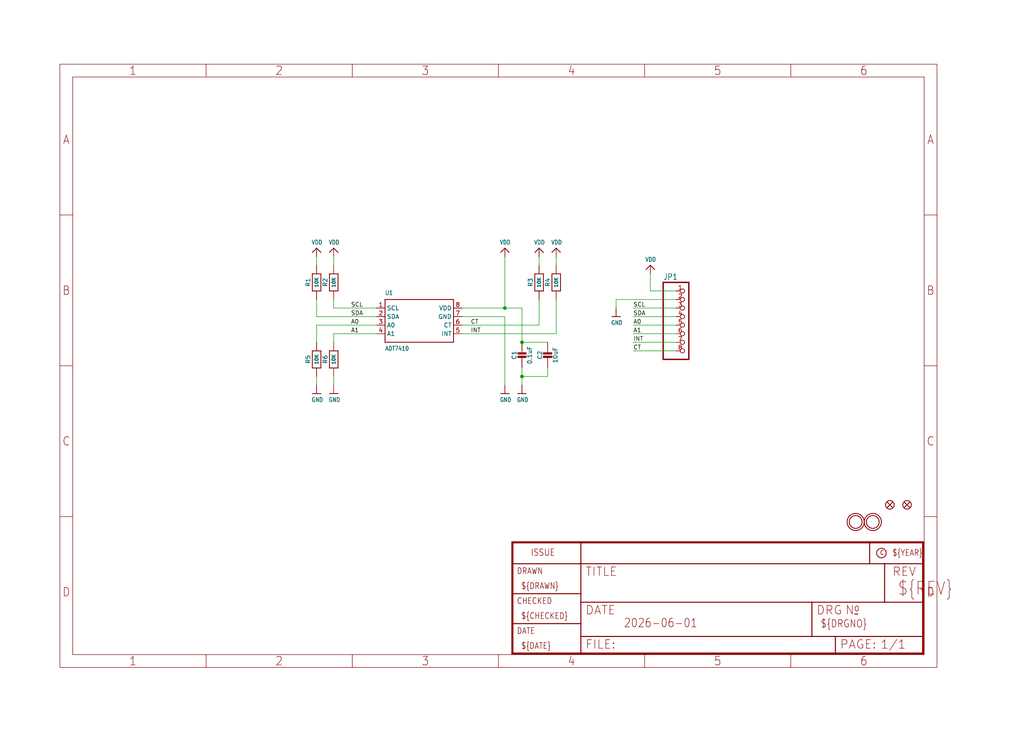
<source format=kicad_sch>
(kicad_sch (version 20230121) (generator eeschema)
  (paper "User" 303.962 217.322)
  (lib_symbols
    (symbol "working-eagle-import:CAP_CERAMIC0603_NO"
      (property "Reference" "C" (at -2.29 1.25 90))
      (symbol "CAP_CERAMIC0603_NO_1_0"
        (rectangle (start -1.27 0.508) (end 1.27 1.016) (fill (type outline)))
        (rectangle (start -1.27 1.524) (end 1.27 2.032) (fill (type outline)))
        (polyline (pts (xy 0 0.762) (xy 0 0)) (stroke (width 0.1524)))
        (polyline (pts (xy 0 2.54) (xy 0 1.778)) (stroke (width 0.1524)))
        (pin passive line (at 0 5.08 270) (length 2.54) (name "1") (number "1"))
        (pin passive line (at 0 -2.54 90) (length 2.54) (name "2") (number "2"))
      )
    )
    (symbol "working-eagle-import:CAP_CERAMIC0805-NOOUTLINE"
      (property "Reference" "C" (at -2.29 1.25 90))
      (symbol "CAP_CERAMIC0805-NOOUTLINE_1_0"
        (rectangle (start -1.27 0.508) (end 1.27 1.016) (fill (type outline)))
        (rectangle (start -1.27 1.524) (end 1.27 2.032) (fill (type outline)))
        (polyline (pts (xy 0 0.762) (xy 0 0)) (stroke (width 0.1524)))
        (polyline (pts (xy 0 2.54) (xy 0 1.778)) (stroke (width 0.1524)))
        (pin passive line (at 0 5.08 270) (length 2.54) (name "1") (number "1"))
        (pin passive line (at 0 -2.54 90) (length 2.54) (name "2") (number "2"))
      )
    )
    (symbol "working-eagle-import:FIDUCIAL_1MM"
      (symbol "FIDUCIAL_1MM_1_0"
        (polyline (pts (xy -0.762 0.762) (xy 0.762 -0.762)) (stroke (width 0.254)))
        (polyline (pts (xy 0.762 0.762) (xy -0.762 -0.762)) (stroke (width 0.254)))
        (circle (center 0 0) (radius 1.27) (stroke (width 0.254)))
      )
    )
    (symbol "working-eagle-import:FRAME_A4"
      (symbol "FRAME_A4_1_0"
        (polyline (pts (xy 0 44.7675) (xy 3.81 44.7675)))
        (polyline (pts (xy 0 89.535) (xy 3.81 89.535)))
        (polyline (pts (xy 0 134.3025) (xy 3.81 134.3025)))
        (polyline (pts (xy 3.81 3.81) (xy 3.81 175.26)))
        (polyline (pts (xy 43.3917 0) (xy 43.3917 3.81)))
        (polyline (pts (xy 43.3917 175.26) (xy 43.3917 179.07)))
        (polyline (pts (xy 86.7833 0) (xy 86.7833 3.81)))
        (polyline (pts (xy 86.7833 175.26) (xy 86.7833 179.07)))
        (polyline (pts (xy 130.175 0) (xy 130.175 3.81)))
        (polyline (pts (xy 130.175 175.26) (xy 130.175 179.07)))
        (polyline (pts (xy 173.5667 0) (xy 173.5667 3.81)))
        (polyline (pts (xy 173.5667 175.26) (xy 173.5667 179.07)))
        (polyline (pts (xy 216.9583 0) (xy 216.9583 3.81)))
        (polyline (pts (xy 216.9583 175.26) (xy 216.9583 179.07)))
        (polyline (pts (xy 256.54 3.81) (xy 3.81 3.81)))
        (polyline (pts (xy 256.54 3.81) (xy 256.54 8.89)) (stroke (width 0.1016)))
        (polyline (pts (xy 256.54 3.81) (xy 256.54 175.26)))
        (polyline (pts (xy 256.54 8.89) (xy 256.54 13.97)) (stroke (width 0.1016)))
        (polyline (pts (xy 256.54 13.97) (xy 256.54 19.05)) (stroke (width 0.1016)))
        (polyline (pts (xy 256.54 19.05) (xy 256.54 36.83)) (stroke (width 0.1016)))
        (polyline (pts (xy 256.54 44.7675) (xy 260.35 44.7675)))
        (polyline (pts (xy 256.54 89.535) (xy 260.35 89.535)))
        (polyline (pts (xy 256.54 134.3025) (xy 260.35 134.3025)))
        (polyline (pts (xy 256.54 175.26) (xy 3.81 175.26)))
        (polyline (pts (xy 0 0) (xy 260.35 0) (xy 260.35 179.07) (xy 0 179.07) (xy 0 0)))
        (text "1" (at 21.6958 1.905 0) (effects (font (size 2.54 2.286))))
        (text "1" (at 21.6958 177.165 0) (effects (font (size 2.54 2.286))))
        (text "2" (at 65.0875 1.905 0) (effects (font (size 2.54 2.286))))
        (text "2" (at 65.0875 177.165 0) (effects (font (size 2.54 2.286))))
        (text "3" (at 108.4792 1.905 0) (effects (font (size 2.54 2.286))))
        (text "3" (at 108.4792 177.165 0) (effects (font (size 2.54 2.286))))
        (text "4" (at 151.8708 1.905 0) (effects (font (size 2.54 2.286))))
        (text "4" (at 151.8708 177.165 0) (effects (font (size 2.54 2.286))))
        (text "5" (at 195.2625 1.905 0) (effects (font (size 2.54 2.286))))
        (text "5" (at 195.2625 177.165 0) (effects (font (size 2.54 2.286))))
        (text "6" (at 238.6542 1.905 0) (effects (font (size 2.54 2.286))))
        (text "6" (at 238.6542 177.165 0) (effects (font (size 2.54 2.286))))
        (text "A" (at 1.905 156.6863 0) (effects (font (size 2.54 2.286))))
        (text "A" (at 258.445 156.6863 0) (effects (font (size 2.54 2.286))))
        (text "B" (at 1.905 111.9188 0) (effects (font (size 2.54 2.286))))
        (text "B" (at 258.445 111.9188 0) (effects (font (size 2.54 2.286))))
        (text "C" (at 1.905 67.1513 0) (effects (font (size 2.54 2.286))))
        (text "C" (at 258.445 67.1513 0) (effects (font (size 2.54 2.286))))
        (text "D" (at 1.905 22.3838 0) (effects (font (size 2.54 2.286))))
        (text "D" (at 258.445 22.3838 0) (effects (font (size 2.54 2.286))))
      )
      (symbol "FRAME_A4_2_0"
        (polyline (pts (xy -0.3048 1.5748) (xy 20.0152 1.5748)) (stroke (width 0.6096)))
        (polyline (pts (xy -0.3048 10.4648) (xy -0.3048 1.5748)) (stroke (width 0.6096)))
        (polyline (pts (xy -0.3048 10.4648) (xy 20.0152 10.4648)) (stroke (width 0.3048)))
        (polyline (pts (xy -0.3048 19.3548) (xy -0.3048 10.4648)) (stroke (width 0.6096)))
        (polyline (pts (xy -0.3048 19.3548) (xy 20.0152 19.3548)) (stroke (width 0.3048)))
        (polyline (pts (xy -0.3048 28.2448) (xy -0.3048 19.3548)) (stroke (width 0.6096)))
        (polyline (pts (xy -0.3048 28.2448) (xy 20.0152 28.2448)) (stroke (width 0.3048)))
        (polyline (pts (xy -0.3048 34.5948) (xy -0.3048 28.2448)) (stroke (width 0.6096)))
        (polyline (pts (xy 20.0152 1.5748) (xy 20.0152 6.6548)) (stroke (width 0.3048)))
        (polyline (pts (xy 20.0152 1.5748) (xy 95.5802 1.5748)) (stroke (width 0.6096)))
        (polyline (pts (xy 20.0152 6.6548) (xy 20.0152 10.4648)) (stroke (width 0.3048)))
        (polyline (pts (xy 20.0152 6.6548) (xy 88.5952 6.6548)) (stroke (width 0.3048)))
        (polyline (pts (xy 20.0152 10.4648) (xy 20.0152 16.8148)) (stroke (width 0.3048)))
        (polyline (pts (xy 20.0152 16.8148) (xy 20.0152 19.3548)) (stroke (width 0.3048)))
        (polyline (pts (xy 20.0152 19.3548) (xy 20.0152 28.2448)) (stroke (width 0.3048)))
        (polyline (pts (xy 20.0152 28.2448) (xy 20.0152 34.5948)) (stroke (width 0.3048)))
        (polyline (pts (xy 20.0152 28.2448) (xy 105.7402 28.2448)) (stroke (width 0.3048)))
        (polyline (pts (xy 20.0152 34.5948) (xy -0.3048 34.5948)) (stroke (width 0.6096)))
        (polyline (pts (xy 88.5952 6.6548) (xy 95.5802 6.6548)) (stroke (width 0.3048)))
        (polyline (pts (xy 88.5952 16.8148) (xy 20.0152 16.8148)) (stroke (width 0.3048)))
        (polyline (pts (xy 88.5952 16.8148) (xy 88.5952 6.6548)) (stroke (width 0.3048)))
        (polyline (pts (xy 95.5802 1.5748) (xy 121.6152 1.5748)) (stroke (width 0.6096)))
        (polyline (pts (xy 95.5802 6.6548) (xy 95.5802 1.5748)) (stroke (width 0.3048)))
        (polyline (pts (xy 95.5802 6.6548) (xy 121.6152 6.6548)) (stroke (width 0.3048)))
        (polyline (pts (xy 101.2952 13.3223) (xy 102.2477 13.3223)) (stroke (width 0.254)))
        (polyline (pts (xy 105.7402 28.2448) (xy 105.7402 34.5948)) (stroke (width 0.3048)))
        (polyline (pts (xy 105.7402 28.2448) (xy 110.1852 28.2448)) (stroke (width 0.3048)))
        (polyline (pts (xy 105.7402 34.5948) (xy 20.0152 34.5948)) (stroke (width 0.6096)))
        (polyline (pts (xy 110.1852 16.8148) (xy 88.5952 16.8148)) (stroke (width 0.3048)))
        (polyline (pts (xy 110.1852 28.2448) (xy 110.1852 16.8148)) (stroke (width 0.3048)))
        (polyline (pts (xy 110.1852 28.2448) (xy 121.6152 28.2448)) (stroke (width 0.3048)))
        (polyline (pts (xy 121.6152 6.6548) (xy 121.6152 1.5748)) (stroke (width 0.6096)))
        (polyline (pts (xy 121.6152 16.8148) (xy 110.1852 16.8148)) (stroke (width 0.3048)))
        (polyline (pts (xy 121.6152 16.8148) (xy 121.6152 6.6548)) (stroke (width 0.6096)))
        (polyline (pts (xy 121.6152 28.2448) (xy 121.6152 16.8148)) (stroke (width 0.6096)))
        (polyline (pts (xy 121.6152 34.5948) (xy 105.7402 34.5948)) (stroke (width 0.6096)))
        (polyline (pts (xy 121.6152 34.5948) (xy 121.6152 28.2448)) (stroke (width 0.6096)))
        (circle (center 109.2327 31.4198) (radius 1.4199) (stroke (width 0.254)))
        (text "${#}/${##}" (at 108.9152 2.8448 0) (effects (font (size 2.54 2.54)) (justify left bottom)))
        (text "${CHECKED}" (at 2.2352 11.7348 0) (effects (font (size 1.778 1.5113)) (justify left bottom)))
        (text "${COMPANY}" (at 23.349 29.6735 0) (effects (font (size 3.175 2.6987) (thickness 0.5397) bold) (justify left bottom)))
        (text "${CURRENT_DATE}" (at 32.7152 9.1948 0) (effects (font (size 2.54 2.159)) (justify left bottom)))
        (text "${DATE}" (at 2.2352 2.8448 0) (effects (font (size 1.778 1.5113)) (justify left bottom)))
        (text "${DRAWN}" (at 2.2352 20.6248 0) (effects (font (size 1.778 1.5113)) (justify left bottom)))
        (text "${DRGNO}" (at 91.1352 9.1948 0) (effects (font (size 2.1844 1.8567)) (justify left bottom)))
        (text "${PROJECTNAME}" (at 33.0327 2.8448 0) (effects (font (size 2.54 2.159)) (justify left bottom)))
        (text "${REV}" (at 113.9952 18.7198 0) (effects (font (size 3.81 3.2385)) (justify left bottom)))
        (text "${YEAR}" (at 112.4077 30.4673 0) (effects (font (size 1.778 1.5113)) (justify left bottom)))
        (text "C" (at 108.7564 30.7848 0) (effects (font (size 1.27 1.0795)) (justify left bottom)))
        (text "CHECKED" (at 0.9652 16.1798 0) (effects (font (size 1.778 1.5113)) (justify left bottom)))
        (text "DATE" (at 0.9652 7.2898 0) (effects (font (size 1.778 1.5113)) (justify left bottom)))
        (text "DATE" (at 21.2852 13.0048 0) (effects (font (size 2.54 2.54)) (justify left bottom)))
        (text "DRAWN" (at 0.9652 25.0698 0) (effects (font (size 1.778 1.5113)) (justify left bottom)))
        (text "DRG" (at 89.8652 13.0048 0) (effects (font (size 2.54 2.54)) (justify left bottom)))
        (text "FILE:" (at 21.2852 2.8448 0) (effects (font (size 2.54 2.54)) (justify left bottom)))
        (text "ISSUE" (at 5.0927 30.4673 0) (effects (font (size 1.9304 1.6408)) (justify left bottom)))
        (text "N" (at 98.4377 13.0048 0) (effects (font (size 2.54 2.54)) (justify left bottom)))
        (text "o" (at 100.9777 13.9573 0) (effects (font (size 2.1844 1.8567)) (justify left bottom)))
        (text "PAGE:" (at 96.8502 2.8448 0) (effects (font (size 2.54 2.54)) (justify left bottom)))
        (text "REV" (at 112.4077 24.4348 0) (effects (font (size 2.54 2.54)) (justify left bottom)))
        (text "TITLE" (at 21.2852 24.4348 0) (effects (font (size 2.54 2.54)) (justify left bottom)))
      )
    )
    (symbol "working-eagle-import:GND" (power)
      (property "Value" "GND" (at -1.524 -2.54 0))
      (symbol "GND_1_0"
        (polyline (pts (xy -1.27 0) (xy 1.27 0)) (stroke (width 0.254)))
        (pin power_in line (at 0 2.54 270) (length 2.54) (name "GND") (number "1"))
      )
    )
    (symbol "working-eagle-import:HEADER-1X870MIL"
      (property "Reference" "JP" (at -6.35 13.335 0))
      (symbol "HEADER-1X870MIL_1_0"
        (polyline (pts (xy -6.35 -10.16) (xy 1.27 -10.16)) (stroke (width 0.4064)))
        (polyline (pts (xy -6.35 12.7) (xy -6.35 -10.16)) (stroke (width 0.4064)))
        (polyline (pts (xy 1.27 -10.16) (xy 1.27 12.7)) (stroke (width 0.4064)))
        (polyline (pts (xy 1.27 12.7) (xy -6.35 12.7)) (stroke (width 0.4064)))
        (pin passive inverted (at -2.54 10.16 0) (length 2.54) (name "1") (number "1"))
        (pin passive inverted (at -2.54 7.62 0) (length 2.54) (name "2") (number "2"))
        (pin passive inverted (at -2.54 5.08 0) (length 2.54) (name "3") (number "3"))
        (pin passive inverted (at -2.54 2.54 0) (length 2.54) (name "4") (number "4"))
        (pin passive inverted (at -2.54 0 0) (length 2.54) (name "5") (number "5"))
        (pin passive inverted (at -2.54 -2.54 0) (length 2.54) (name "6") (number "6"))
        (pin passive inverted (at -2.54 -5.08 0) (length 2.54) (name "7") (number "7"))
        (pin passive inverted (at -2.54 -7.62 0) (length 2.54) (name "8") (number "8"))
      )
    )
    (symbol "working-eagle-import:MOUNTINGHOLE2.0"
      (symbol "MOUNTINGHOLE2.0_1_0"
        (circle (center 0 0) (radius 1.905) (stroke (width 0.254)))
        (circle (center 0 0) (radius 2.54) (stroke (width 0.254)))
      )
    )
    (symbol "working-eagle-import:RESISTOR_0603_NOOUT"
      (property "Reference" "R" (at 0 2.54 0))
      (symbol "RESISTOR_0603_NOOUT_1_0"
        (polyline (pts (xy -2.54 -1.27) (xy -2.54 1.27)) (stroke (width 0.254)))
        (polyline (pts (xy -2.54 1.27) (xy 2.54 1.27)) (stroke (width 0.254)))
        (polyline (pts (xy 2.54 -1.27) (xy -2.54 -1.27)) (stroke (width 0.254)))
        (polyline (pts (xy 2.54 1.27) (xy 2.54 -1.27)) (stroke (width 0.254)))
        (pin passive line (at -5.08 0 0) (length 2.54) (name "1") (number "1"))
        (pin passive line (at 5.08 0 180) (length 2.54) (name "2") (number "2"))
      )
    )
    (symbol "working-eagle-import:TEMP_ADT7410"
      (property "Reference" "U" (at -10.16 8.89 0))
      (symbol "TEMP_ADT7410_1_0"
        (polyline (pts (xy -10.16 -5.08) (xy -10.16 7.62)) (stroke (width 0.254)))
        (polyline (pts (xy -10.16 7.62) (xy 10.16 7.62)) (stroke (width 0.254)))
        (polyline (pts (xy 10.16 -5.08) (xy -10.16 -5.08)) (stroke (width 0.254)))
        (polyline (pts (xy 10.16 7.62) (xy 10.16 -5.08)) (stroke (width 0.254)))
        (pin bidirectional line (at -12.7 5.08 0) (length 2.54) (name "SCL") (number "1"))
        (pin bidirectional line (at -12.7 2.54 0) (length 2.54) (name "SDA") (number "2"))
        (pin bidirectional line (at -12.7 0 0) (length 2.54) (name "A0") (number "3"))
        (pin bidirectional line (at -12.7 -2.54 0) (length 2.54) (name "A1") (number "4"))
        (pin bidirectional line (at 12.7 -2.54 180) (length 2.54) (name "INT") (number "5"))
        (pin bidirectional line (at 12.7 0 180) (length 2.54) (name "CT") (number "6"))
        (pin power_in line (at 12.7 2.54 180) (length 2.54) (name "GND") (number "7"))
        (pin power_in line (at 12.7 5.08 180) (length 2.54) (name "VDD") (number "8"))
      )
    )
    (symbol "working-eagle-import:VDD" (power)
      (property "Value" "VDD" (at -1.524 1.016 0))
      (symbol "VDD_1_0"
        (polyline (pts (xy -1.27 -1.27) (xy 0 0)) (stroke (width 0.254)))
        (polyline (pts (xy 0 0) (xy 1.27 -1.27)) (stroke (width 0.254)))
        (pin power_in line (at 0 -2.54 90) (length 2.54) (name "VDD") (number "1"))
      )
    )
  )
  (junction (at 154.94 111.76))
  (junction (at 149.86 91.44))
  (junction (at 154.94 101.6))
  (wire (pts (xy 149.86 91.44) (xy 149.86 76.2)) (stroke (width 0.1524)))
  (wire (pts (xy 154.94 111.76) (xy 162.56 111.76)) (stroke (width 0.1524)))
  (wire (pts (xy 200.66 99.06) (xy 187.96 99.06)) (stroke (width 0.1524)))
  (wire (pts (xy 137.16 91.44) (xy 149.86 91.44)) (stroke (width 0.1524)))
  (wire (pts (xy 154.94 111.76) (xy 154.94 114.3)) (stroke (width 0.1524)))
  (wire (pts (xy 200.66 91.44) (xy 187.96 91.44)) (stroke (width 0.1524)))
  (wire (pts (xy 149.86 93.98) (xy 149.86 114.3)) (stroke (width 0.1524)))
  (wire (pts (xy 200.66 93.98) (xy 187.96 93.98)) (stroke (width 0.1524)))
  (wire (pts (xy 162.56 111.76) (xy 162.56 109.22)) (stroke (width 0.1524)))
  (wire (pts (xy 111.76 93.98) (xy 93.98 93.98)) (stroke (width 0.1524)))
  (wire (pts (xy 187.96 101.6) (xy 200.66 101.6)) (stroke (width 0.1524)))
  (wire (pts (xy 99.06 111.76) (xy 99.06 114.3)) (stroke (width 0.1524)))
  (wire (pts (xy 200.66 96.52) (xy 187.96 96.52)) (stroke (width 0.1524)))
  (wire (pts (xy 165.1 99.06) (xy 165.1 88.9)) (stroke (width 0.1524)))
  (wire (pts (xy 182.88 88.9) (xy 182.88 91.44)) (stroke (width 0.1524)))
  (wire (pts (xy 187.96 104.14) (xy 200.66 104.14)) (stroke (width 0.1524)))
  (wire (pts (xy 99.06 99.06) (xy 99.06 101.6)) (stroke (width 0.1524)))
  (wire (pts (xy 99.06 78.74) (xy 99.06 76.2)) (stroke (width 0.1524)))
  (wire (pts (xy 137.16 93.98) (xy 149.86 93.98)) (stroke (width 0.1524)))
  (wire (pts (xy 93.98 96.52) (xy 93.98 101.6)) (stroke (width 0.1524)))
  (wire (pts (xy 93.98 111.76) (xy 93.98 114.3)) (stroke (width 0.1524)))
  (wire (pts (xy 111.76 99.06) (xy 99.06 99.06)) (stroke (width 0.1524)))
  (wire (pts (xy 93.98 93.98) (xy 93.98 88.9)) (stroke (width 0.1524)))
  (wire (pts (xy 200.66 86.36) (xy 193.04 86.36)) (stroke (width 0.1524)))
  (wire (pts (xy 137.16 96.52) (xy 160.02 96.52)) (stroke (width 0.1524)))
  (wire (pts (xy 162.56 101.6) (xy 154.94 101.6)) (stroke (width 0.1524)))
  (wire (pts (xy 137.16 99.06) (xy 165.1 99.06)) (stroke (width 0.1524)))
  (wire (pts (xy 200.66 88.9) (xy 182.88 88.9)) (stroke (width 0.1524)))
  (wire (pts (xy 99.06 91.44) (xy 99.06 88.9)) (stroke (width 0.1524)))
  (wire (pts (xy 111.76 91.44) (xy 99.06 91.44)) (stroke (width 0.1524)))
  (wire (pts (xy 154.94 109.22) (xy 154.94 111.76)) (stroke (width 0.1524)))
  (wire (pts (xy 193.04 86.36) (xy 193.04 81.28)) (stroke (width 0.1524)))
  (wire (pts (xy 160.02 96.52) (xy 160.02 88.9)) (stroke (width 0.1524)))
  (wire (pts (xy 111.76 96.52) (xy 93.98 96.52)) (stroke (width 0.1524)))
  (wire (pts (xy 154.94 91.44) (xy 154.94 101.6)) (stroke (width 0.1524)))
  (wire (pts (xy 160.02 78.74) (xy 160.02 76.2)) (stroke (width 0.1524)))
  (wire (pts (xy 165.1 76.2) (xy 165.1 78.74)) (stroke (width 0.1524)))
  (wire (pts (xy 93.98 78.74) (xy 93.98 76.2)) (stroke (width 0.1524)))
  (wire (pts (xy 149.86 91.44) (xy 154.94 91.44)) (stroke (width 0.1524)))
  (label "SDA" (at 104.14 93.98 0) (effects (font (size 1.2446 1.2446))))
  (label "INT" (at 187.96 101.6 0) (effects (font (size 1.2446 1.2446))))
  (label "SCL" (at 187.96 91.44 0) (effects (font (size 1.2446 1.2446))))
  (label "CT" (at 139.7 96.52 0) (effects (font (size 1.2446 1.2446))))
  (label "SCL" (at 104.14 91.44 0) (effects (font (size 1.2446 1.2446))))
  (label "INT" (at 139.7 99.06 0) (effects (font (size 1.2446 1.2446))))
  (label "CT" (at 187.96 104.14 0) (effects (font (size 1.2446 1.2446))))
  (label "A0" (at 104.14 96.52 0) (effects (font (size 1.2446 1.2446))))
  (label "A1" (at 104.14 99.06 0) (effects (font (size 1.2446 1.2446))))
  (label "SDA" (at 187.96 93.98 0) (effects (font (size 1.2446 1.2446))))
  (label "A1" (at 187.96 99.06 0) (effects (font (size 1.2446 1.2446))))
  (label "A0" (at 187.96 96.52 0) (effects (font (size 1.2446 1.2446))))
  (symbol (lib_id "working-eagle-import:RESISTOR_0603_NOOUT") (at 165.1 83.82 90) (unit 1)
    (property "Reference" "R4" (at 162.56 83.82 0))
    (property "Value" "10K" (at 165.1 83.82 0) (effects (font (size 1.016 1.016) bold)))
    (property "Footprint" "working:0603-NO" (effects hide))
  )
  (symbol (lib_id "working-eagle-import:RESISTOR_0603_NOOUT") (at 160.02 83.82 90) (unit 1)
    (property "Reference" "R3" (at 157.48 83.82 0))
    (property "Value" "10K" (at 160.02 83.82 0) (effects (font (size 1.016 1.016) bold)))
    (property "Footprint" "working:0603-NO" (effects hide))
  )
  (symbol (lib_id "working-eagle-import:VDD") (at 93.98 73.66 0) (unit 1)
    (property "Reference" "#U$9" (effects hide))
    (property "Value" "VDD" (at 92.456 72.644 0) (effects (font (size 1.27 1.0795)) (justify left bottom)))
  )
  (symbol (lib_id "working-eagle-import:RESISTOR_0603_NOOUT") (at 93.98 106.68 90) (unit 1)
    (property "Reference" "R5" (at 91.44 106.68 0))
    (property "Value" "10K" (at 93.98 106.68 0) (effects (font (size 1.016 1.016) bold)))
    (property "Footprint" "working:0603-NO" (effects hide))
  )
  (symbol (lib_id "working-eagle-import:GND") (at 99.06 116.84 0) (unit 1)
    (property "Reference" "#U$14" (effects hide))
    (property "Value" "GND" (at 97.536 119.38 0) (effects (font (size 1.27 1.0795)) (justify left bottom)))
  )
  (symbol (lib_id "working-eagle-import:CAP_CERAMIC0603_NO") (at 154.94 106.68 0) (unit 1)
    (property "Reference" "C1" (at 152.65 105.43 90))
    (property "Value" "0.1uF" (at 157.24 105.43 90))
    (property "Footprint" "working:0603-NO" (effects hide))
  )
  (symbol (lib_id "working-eagle-import:FIDUCIAL_1MM") (at 264.16 149.86 0) (unit 1)
    (property "Reference" "FID2" (effects hide))
    (property "Value" "FIDUCIAL_1MM" (effects hide))
    (property "Footprint" "working:FIDUCIAL_1MM" (effects hide))
  )
  (symbol (lib_id "working-eagle-import:MOUNTINGHOLE2.0") (at 254 154.94 0) (unit 1)
    (property "Reference" "U$4" (effects hide))
    (property "Value" "MOUNTINGHOLE2.0" (effects hide))
    (property "Footprint" "working:MOUNTINGHOLE_2.0_PLATED" (effects hide))
  )
  (symbol (lib_id "working-eagle-import:CAP_CERAMIC0805-NOOUTLINE") (at 162.56 106.68 0) (unit 1)
    (property "Reference" "C2" (at 160.27 105.43 90))
    (property "Value" "10uF" (at 164.86 105.43 90))
    (property "Footprint" "working:0805-NO" (effects hide))
  )
  (symbol (lib_id "working-eagle-import:VDD") (at 160.02 73.66 0) (unit 1)
    (property "Reference" "#U$6" (effects hide))
    (property "Value" "VDD" (at 158.496 72.644 0) (effects (font (size 1.27 1.0795)) (justify left bottom)))
  )
  (symbol (lib_id "working-eagle-import:GND") (at 149.86 116.84 0) (unit 1)
    (property "Reference" "#U$10" (effects hide))
    (property "Value" "GND" (at 148.336 119.38 0) (effects (font (size 1.27 1.0795)) (justify left bottom)))
  )
  (symbol (lib_id "working-eagle-import:RESISTOR_0603_NOOUT") (at 99.06 83.82 90) (unit 1)
    (property "Reference" "R2" (at 96.52 83.82 0))
    (property "Value" "10K" (at 99.06 83.82 0) (effects (font (size 1.016 1.016) bold)))
    (property "Footprint" "working:0603-NO" (effects hide))
  )
  (symbol (lib_id "working-eagle-import:FIDUCIAL_1MM") (at 269.24 149.86 0) (unit 1)
    (property "Reference" "FID1" (effects hide))
    (property "Value" "FIDUCIAL_1MM" (effects hide))
    (property "Footprint" "working:FIDUCIAL_1MM" (effects hide))
  )
  (symbol (lib_id "working-eagle-import:GND") (at 154.94 116.84 0) (unit 1)
    (property "Reference" "#U$12" (effects hide))
    (property "Value" "GND" (at 153.416 119.38 0) (effects (font (size 1.27 1.0795)) (justify left bottom)))
  )
  (symbol (lib_id "working-eagle-import:HEADER-1X870MIL") (at 203.2 96.52 0) (unit 1)
    (property "Reference" "JP1" (at 196.85 83.185 0) (effects (font (size 1.778 1.5113)) (justify left bottom)))
    (property "Value" "HEADER-1X870MIL" (effects hide))
    (property "Footprint" "working:1X08_ROUND_70" (effects hide))
  )
  (symbol (lib_id "working-eagle-import:MOUNTINGHOLE2.0") (at 259.08 154.94 0) (unit 1)
    (property "Reference" "U$3" (effects hide))
    (property "Value" "MOUNTINGHOLE2.0" (effects hide))
    (property "Footprint" "working:MOUNTINGHOLE_2.0_PLATED" (effects hide))
  )
  (symbol (lib_id "working-eagle-import:VDD") (at 149.86 73.66 0) (unit 1)
    (property "Reference" "#U$5" (effects hide))
    (property "Value" "VDD" (at 148.336 72.644 0) (effects (font (size 1.27 1.0795)) (justify left bottom)))
  )
  (symbol (lib_id "working-eagle-import:VDD") (at 193.04 78.74 0) (unit 1)
    (property "Reference" "#U$11" (effects hide))
    (property "Value" "VDD" (at 191.516 77.724 0) (effects (font (size 1.27 1.0795)) (justify left bottom)))
  )
  (symbol (lib_id "working-eagle-import:GND") (at 93.98 116.84 0) (unit 1)
    (property "Reference" "#U$13" (effects hide))
    (property "Value" "GND" (at 92.456 119.38 0) (effects (font (size 1.27 1.0795)) (justify left bottom)))
  )
  (symbol (lib_id "working-eagle-import:RESISTOR_0603_NOOUT") (at 93.98 83.82 90) (unit 1)
    (property "Reference" "R1" (at 91.44 83.82 0))
    (property "Value" "10K" (at 93.98 83.82 0) (effects (font (size 1.016 1.016) bold)))
    (property "Footprint" "working:0603-NO" (effects hide))
  )
  (symbol (lib_id "working-eagle-import:FRAME_A4") (at 17.78 198.12 0) (unit 1)
    (property "Reference" "#FRAME1" (effects hide))
    (property "Value" "FRAME_A4" (effects hide))
  )
  (symbol (lib_id "working-eagle-import:VDD") (at 165.1 73.66 0) (unit 1)
    (property "Reference" "#U$7" (effects hide))
    (property "Value" "VDD" (at 163.576 72.644 0) (effects (font (size 1.27 1.0795)) (justify left bottom)))
  )
  (symbol (lib_id "working-eagle-import:GND") (at 182.88 93.98 0) (unit 1)
    (property "Reference" "#U$15" (effects hide))
    (property "Value" "GND" (at 181.356 96.52 0) (effects (font (size 1.27 1.0795)) (justify left bottom)))
  )
  (symbol (lib_id "working-eagle-import:FRAME_A4") (at 152.4 195.58 0) (unit 2)
    (property "Reference" "#FRAME1" (effects hide))
    (property "Value" "FRAME_A4" (effects hide))
  )
  (symbol (lib_id "working-eagle-import:RESISTOR_0603_NOOUT") (at 99.06 106.68 90) (unit 1)
    (property "Reference" "R6" (at 96.52 106.68 0))
    (property "Value" "10K" (at 99.06 106.68 0) (effects (font (size 1.016 1.016) bold)))
    (property "Footprint" "working:0603-NO" (effects hide))
  )
  (symbol (lib_id "working-eagle-import:VDD") (at 99.06 73.66 0) (unit 1)
    (property "Reference" "#U$8" (effects hide))
    (property "Value" "VDD" (at 97.536 72.644 0) (effects (font (size 1.27 1.0795)) (justify left bottom)))
  )
  (symbol (lib_id "working-eagle-import:TEMP_ADT7410") (at 124.46 96.52 0) (unit 1)
    (property "Reference" "U1" (at 114.3 87.63 0) (effects (font (size 1.27 1.0795)) (justify left bottom)))
    (property "Value" "ADT7410" (at 114.3 104.14 0) (effects (font (size 1.27 1.0795)) (justify left bottom)))
    (property "Footprint" "working:SOIC8_150MIL" (effects hide))
  )
)
</source>
